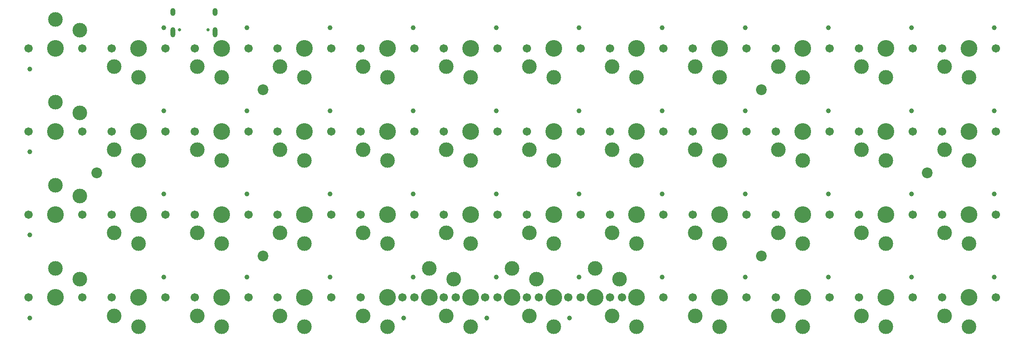
<source format=gts>
G04 #@! TF.GenerationSoftware,KiCad,Pcbnew,(6.0.4-0)*
G04 #@! TF.CreationDate,2023-09-21T22:36:30-05:00*
G04 #@! TF.ProjectId,dogema48_cfx,646f6765-6d61-4343-985f-6366782e6b69,rev?*
G04 #@! TF.SameCoordinates,Original*
G04 #@! TF.FileFunction,Soldermask,Top*
G04 #@! TF.FilePolarity,Negative*
%FSLAX45Y45*%
G04 Gerber Fmt 4.5, Leading zero omitted, Abs format (unit mm)*
G04 Created by KiCad (PCBNEW (6.0.4-0)) date 2023-09-21 22:36:30*
%MOMM*%
%LPD*%
G01*
G04 APERTURE LIST*
%ADD10C,3.429000*%
%ADD11C,1.701800*%
%ADD12C,3.000000*%
%ADD13C,0.990600*%
%ADD14C,2.200000*%
%ADD15C,0.650000*%
%ADD16O,1.000000X2.100000*%
%ADD17O,1.000000X1.600000*%
G04 APERTURE END LIST*
D10*
G04 #@! TO.C,SW25*
X15087493Y-5737497D03*
D11*
X15637493Y-5737497D03*
D12*
X15087493Y-6332497D03*
D11*
X14537493Y-5737497D03*
D12*
X14587493Y-6112497D03*
D13*
X15609493Y-5317497D03*
G04 #@! TD*
D11*
G04 #@! TO.C,SW17*
X19037491Y-4037498D03*
D12*
X18487491Y-4632498D03*
D11*
X17937491Y-4037498D03*
D12*
X17987491Y-4412498D03*
D10*
X18487491Y-4037498D03*
D13*
X19009491Y-3617498D03*
G04 #@! TD*
D12*
G04 #@! TO.C,SW23*
X11687494Y-6332497D03*
D10*
X11687494Y-5737497D03*
D11*
X11137495Y-5737497D03*
D12*
X11187494Y-6112497D03*
D11*
X12237494Y-5737497D03*
D13*
X12209494Y-5317497D03*
G04 #@! TD*
D11*
G04 #@! TO.C,SW26*
X17337492Y-5737497D03*
D12*
X16787492Y-6332497D03*
X16287492Y-6112497D03*
D13*
X17309492Y-5317497D03*
D10*
X16787492Y-5737497D03*
D11*
X16237492Y-5737497D03*
G04 #@! TD*
D10*
G04 #@! TO.C,SW13*
X11687494Y-4037498D03*
D11*
X11137495Y-4037498D03*
D13*
X12209494Y-3617498D03*
D12*
X11187494Y-4412498D03*
D11*
X12237494Y-4037498D03*
D12*
X11687494Y-4632498D03*
G04 #@! TD*
D14*
G04 #@! TO.C,H4*
X26137488Y-4887498D03*
G04 #@! TD*
D12*
G04 #@! TO.C,SW20*
X23087489Y-4412498D03*
D11*
X24137489Y-4037498D03*
X23037489Y-4037498D03*
D12*
X23587489Y-4632498D03*
D10*
X23587489Y-4037498D03*
D13*
X24109489Y-3617498D03*
G04 #@! TD*
D11*
G04 #@! TO.C,SW16*
X16237492Y-4037498D03*
X17337492Y-4037498D03*
D13*
X17309492Y-3617498D03*
D12*
X16287492Y-4412498D03*
X16787492Y-4632498D03*
D10*
X16787492Y-4037498D03*
G04 #@! TD*
D12*
G04 #@! TO.C,SW4*
X12887494Y-2712499D03*
X13387494Y-2932499D03*
D10*
X13387494Y-2337499D03*
D13*
X13909494Y-1917499D03*
D11*
X12837494Y-2337499D03*
X13937494Y-2337499D03*
G04 #@! TD*
D10*
G04 #@! TO.C,SW1*
X8287496Y-2337499D03*
D12*
X8287496Y-1742499D03*
X8787496Y-1962499D03*
D11*
X7737496Y-2337499D03*
X8837496Y-2337499D03*
D13*
X7765496Y-2757499D03*
G04 #@! TD*
D12*
G04 #@! TO.C,SW29*
X21887490Y-6332497D03*
D10*
X21887490Y-5737497D03*
D11*
X22437490Y-5737497D03*
D13*
X22409490Y-5317497D03*
D11*
X21337490Y-5737497D03*
D12*
X21387490Y-6112497D03*
G04 #@! TD*
G04 #@! TO.C,SW15*
X15087493Y-4632498D03*
D11*
X15637493Y-4037498D03*
D13*
X15609493Y-3617498D03*
D11*
X14537493Y-4037498D03*
D12*
X14587493Y-4412498D03*
D10*
X15087493Y-4037498D03*
G04 #@! TD*
D11*
G04 #@! TO.C,SW34*
X13937494Y-7437496D03*
D13*
X13909494Y-7017496D03*
D10*
X13387494Y-7437496D03*
D11*
X12837494Y-7437496D03*
D12*
X13387494Y-8032496D03*
X12887494Y-7812496D03*
G04 #@! TD*
D10*
G04 #@! TO.C,SW6*
X16787492Y-2337499D03*
D12*
X16787492Y-2932499D03*
D11*
X17337492Y-2337499D03*
D12*
X16287492Y-2712499D03*
D13*
X17309492Y-1917499D03*
D11*
X16237492Y-2337499D03*
G04 #@! TD*
D13*
G04 #@! TO.C,SW10*
X24109489Y-1917499D03*
D12*
X23087489Y-2712499D03*
D10*
X23587489Y-2337499D03*
D12*
X23587489Y-2932499D03*
D11*
X23037489Y-2337499D03*
X24137489Y-2337499D03*
G04 #@! TD*
G04 #@! TO.C,SW46*
X27537487Y-5737497D03*
D13*
X27509487Y-5317497D03*
D10*
X26987487Y-5737497D03*
D12*
X26987487Y-6332497D03*
X26487487Y-6112497D03*
D11*
X26437487Y-5737497D03*
G04 #@! TD*
D13*
G04 #@! TO.C,SW47*
X17115492Y-7857496D03*
D12*
X18137492Y-7062496D03*
D11*
X17087492Y-7437496D03*
D10*
X17637492Y-7437496D03*
D12*
X17637492Y-6842496D03*
D11*
X18187492Y-7437496D03*
G04 #@! TD*
D13*
G04 #@! TO.C,SW33*
X12209494Y-7017496D03*
D12*
X11187494Y-7812496D03*
D11*
X12237494Y-7437496D03*
D10*
X11687494Y-7437496D03*
D12*
X11687494Y-8032496D03*
D11*
X11137495Y-7437496D03*
G04 #@! TD*
D13*
G04 #@! TO.C,SW27*
X19009491Y-5317497D03*
D11*
X19037491Y-5737497D03*
D12*
X18487491Y-6332497D03*
D11*
X17937491Y-5737497D03*
D10*
X18487491Y-5737497D03*
D12*
X17987491Y-6112497D03*
G04 #@! TD*
G04 #@! TO.C,SW51*
X19337491Y-6842496D03*
D13*
X18815491Y-7857496D03*
D10*
X19337491Y-7437496D03*
D11*
X18787491Y-7437496D03*
X19887491Y-7437496D03*
D12*
X19837491Y-7062496D03*
G04 #@! TD*
D11*
G04 #@! TO.C,SW30*
X23037489Y-5737497D03*
X24137489Y-5737497D03*
D13*
X24109489Y-5317497D03*
D12*
X23087489Y-6112497D03*
X23587489Y-6332497D03*
D10*
X23587489Y-5737497D03*
G04 #@! TD*
G04 #@! TO.C,SW44*
X26987487Y-4037498D03*
D12*
X26487487Y-4412498D03*
D13*
X27509487Y-3617498D03*
D11*
X27537487Y-4037498D03*
X26437487Y-4037498D03*
D12*
X26987487Y-4632498D03*
G04 #@! TD*
D14*
G04 #@! TO.C,H5*
X12537494Y-6587497D03*
G04 #@! TD*
G04 #@! TO.C,H2*
X22737489Y-3187498D03*
G04 #@! TD*
D11*
G04 #@! TO.C,SW7*
X19037491Y-2337499D03*
D12*
X18487491Y-2932499D03*
X17987491Y-2712499D03*
D11*
X17937491Y-2337499D03*
D10*
X18487491Y-2337499D03*
D13*
X19009491Y-1917499D03*
G04 #@! TD*
D12*
G04 #@! TO.C,SW19*
X21387490Y-4412498D03*
X21887490Y-4632498D03*
D10*
X21887490Y-4037498D03*
D11*
X21337490Y-4037498D03*
X22437490Y-4037498D03*
D13*
X22409490Y-3617498D03*
G04 #@! TD*
D11*
G04 #@! TO.C,SW50*
X16487492Y-7437496D03*
D10*
X15937492Y-7437496D03*
D13*
X15415492Y-7857496D03*
D12*
X15937492Y-6842496D03*
D11*
X15387492Y-7437496D03*
D12*
X16437492Y-7062496D03*
G04 #@! TD*
G04 #@! TO.C,SW40*
X23587489Y-8032496D03*
D10*
X23587489Y-7437496D03*
D13*
X24109489Y-7017496D03*
D11*
X23037489Y-7437496D03*
X24137489Y-7437496D03*
D12*
X23087489Y-7812496D03*
G04 #@! TD*
D14*
G04 #@! TO.C,H6*
X22737489Y-6587497D03*
G04 #@! TD*
D11*
G04 #@! TO.C,SW24*
X13937494Y-5737497D03*
D13*
X13909494Y-5317497D03*
D12*
X12887494Y-6112497D03*
D10*
X13387494Y-5737497D03*
D12*
X13387494Y-6332497D03*
D11*
X12837494Y-5737497D03*
G04 #@! TD*
G04 #@! TO.C,SW49*
X26437487Y-7437496D03*
D10*
X26987487Y-7437496D03*
D11*
X27537487Y-7437496D03*
D12*
X26487487Y-7812496D03*
X26987487Y-8032496D03*
D13*
X27509487Y-7017496D03*
G04 #@! TD*
D12*
G04 #@! TO.C,SW32*
X9987495Y-8032496D03*
X9487495Y-7812496D03*
D11*
X10537495Y-7437496D03*
D10*
X9987495Y-7437496D03*
D13*
X10509495Y-7017496D03*
D11*
X9437495Y-7437496D03*
G04 #@! TD*
D12*
G04 #@! TO.C,SW5*
X15087493Y-2932499D03*
D10*
X15087493Y-2337499D03*
D13*
X15609493Y-1917499D03*
D11*
X15637493Y-2337499D03*
X14537493Y-2337499D03*
D12*
X14587493Y-2712499D03*
G04 #@! TD*
D11*
G04 #@! TO.C,SW48*
X24737488Y-7437496D03*
D10*
X25287488Y-7437496D03*
D12*
X25287488Y-8032496D03*
X24787488Y-7812496D03*
D13*
X25809488Y-7017496D03*
D11*
X25837488Y-7437496D03*
G04 #@! TD*
G04 #@! TO.C,SW31*
X8837496Y-7437496D03*
D12*
X8787496Y-7062496D03*
D10*
X8287496Y-7437496D03*
D11*
X7737496Y-7437496D03*
D13*
X7765496Y-7857496D03*
D12*
X8287496Y-6842496D03*
G04 #@! TD*
G04 #@! TO.C,SW38*
X20187491Y-8032496D03*
D13*
X20709491Y-7017496D03*
D10*
X20187491Y-7437496D03*
D11*
X19637491Y-7437496D03*
D12*
X19687491Y-7812496D03*
D11*
X20737491Y-7437496D03*
G04 #@! TD*
G04 #@! TO.C,SW35*
X14537493Y-7437496D03*
D10*
X15087493Y-7437496D03*
D11*
X15637493Y-7437496D03*
D12*
X14587493Y-7812496D03*
X15087493Y-8032496D03*
D13*
X15609493Y-7017496D03*
G04 #@! TD*
D12*
G04 #@! TO.C,SW45*
X24787488Y-6112497D03*
D13*
X25809488Y-5317497D03*
D12*
X25287488Y-6332497D03*
D10*
X25287488Y-5737497D03*
D11*
X25837488Y-5737497D03*
X24737488Y-5737497D03*
G04 #@! TD*
D13*
G04 #@! TO.C,SW18*
X20709491Y-3617498D03*
D11*
X19637491Y-4037498D03*
X20737491Y-4037498D03*
D12*
X20187491Y-4632498D03*
D10*
X20187491Y-4037498D03*
D12*
X19687491Y-4412498D03*
G04 #@! TD*
D11*
G04 #@! TO.C,SW41*
X25837488Y-2337499D03*
D12*
X24787488Y-2712499D03*
D10*
X25287488Y-2337499D03*
D12*
X25287488Y-2932499D03*
D13*
X25809488Y-1917499D03*
D11*
X24737488Y-2337499D03*
G04 #@! TD*
D12*
G04 #@! TO.C,SW3*
X11687494Y-2932499D03*
D11*
X11137495Y-2337499D03*
D12*
X11187494Y-2712499D03*
D11*
X12237494Y-2337499D03*
D13*
X12209494Y-1917499D03*
D10*
X11687494Y-2337499D03*
G04 #@! TD*
G04 #@! TO.C,SW9*
X21887490Y-2337499D03*
D11*
X22437490Y-2337499D03*
X21337490Y-2337499D03*
D12*
X21887490Y-2932499D03*
X21387490Y-2712499D03*
D13*
X22409490Y-1917499D03*
G04 #@! TD*
G04 #@! TO.C,SW14*
X13909494Y-3617498D03*
D11*
X12837494Y-4037498D03*
X13937494Y-4037498D03*
D12*
X12887494Y-4412498D03*
D10*
X13387494Y-4037498D03*
D12*
X13387494Y-4632498D03*
G04 #@! TD*
G04 #@! TO.C,SW21*
X8787496Y-5362497D03*
X8287496Y-5142497D03*
D11*
X7737496Y-5737497D03*
X8837496Y-5737497D03*
D10*
X8287496Y-5737497D03*
D13*
X7765496Y-6157497D03*
G04 #@! TD*
D12*
G04 #@! TO.C,SW2*
X9487495Y-2712499D03*
D10*
X9987495Y-2337499D03*
D13*
X10509495Y-1917499D03*
D12*
X9987495Y-2932499D03*
D11*
X9437495Y-2337499D03*
X10537495Y-2337499D03*
G04 #@! TD*
D12*
G04 #@! TO.C,SW12*
X9487495Y-4412498D03*
D13*
X10509495Y-3617498D03*
D12*
X9987495Y-4632498D03*
D10*
X9987495Y-4037498D03*
D11*
X10537495Y-4037498D03*
X9437495Y-4037498D03*
G04 #@! TD*
D12*
G04 #@! TO.C,SW36*
X16287492Y-7812496D03*
D11*
X17337492Y-7437496D03*
D12*
X16787492Y-8032496D03*
D10*
X16787492Y-7437496D03*
D13*
X17309492Y-7017496D03*
D11*
X16237492Y-7437496D03*
G04 #@! TD*
G04 #@! TO.C,SW22*
X9437495Y-5737497D03*
D12*
X9987495Y-6332497D03*
D13*
X10509495Y-5317497D03*
D11*
X10537495Y-5737497D03*
D10*
X9987495Y-5737497D03*
D12*
X9487495Y-6112497D03*
G04 #@! TD*
D11*
G04 #@! TO.C,SW43*
X24737488Y-4037498D03*
X25837488Y-4037498D03*
D12*
X24787488Y-4412498D03*
D10*
X25287488Y-4037498D03*
D13*
X25809488Y-3617498D03*
D12*
X25287488Y-4632498D03*
G04 #@! TD*
D11*
G04 #@! TO.C,SW28*
X19637491Y-5737497D03*
X20737491Y-5737497D03*
D12*
X20187491Y-6332497D03*
D13*
X20709491Y-5317497D03*
D12*
X19687491Y-6112497D03*
D10*
X20187491Y-5737497D03*
G04 #@! TD*
D14*
G04 #@! TO.C,H3*
X9137496Y-4887498D03*
G04 #@! TD*
D11*
G04 #@! TO.C,SW37*
X17937491Y-7437496D03*
D10*
X18487491Y-7437496D03*
D12*
X17987491Y-7812496D03*
X18487491Y-8032496D03*
D11*
X19037491Y-7437496D03*
D13*
X19009491Y-7017496D03*
G04 #@! TD*
D11*
G04 #@! TO.C,SW11*
X8837496Y-4037498D03*
X7737496Y-4037498D03*
D12*
X8787496Y-3662498D03*
D13*
X7765496Y-4457498D03*
D12*
X8287496Y-3442498D03*
D10*
X8287496Y-4037498D03*
G04 #@! TD*
D13*
G04 #@! TO.C,SW39*
X22409490Y-7017496D03*
D12*
X21387490Y-7812496D03*
X21887490Y-8032496D03*
D11*
X21337490Y-7437496D03*
D10*
X21887490Y-7437496D03*
D11*
X22437490Y-7437496D03*
G04 #@! TD*
D14*
G04 #@! TO.C,H1*
X12537494Y-3187498D03*
G04 #@! TD*
D10*
G04 #@! TO.C,SW42*
X26987487Y-2337499D03*
D11*
X26437487Y-2337499D03*
D13*
X27509487Y-1917499D03*
D12*
X26487487Y-2712499D03*
X26987487Y-2932499D03*
D11*
X27537487Y-2337499D03*
G04 #@! TD*
D10*
G04 #@! TO.C,SW8*
X20187491Y-2337499D03*
D12*
X20187491Y-2932499D03*
D13*
X20709491Y-1917499D03*
D12*
X19687491Y-2712499D03*
D11*
X19637491Y-2337499D03*
X20737491Y-2337499D03*
G04 #@! TD*
D15*
G04 #@! TO.C,J1*
X10831828Y-1960499D03*
X11409828Y-1960499D03*
D16*
X10688828Y-2010499D03*
D17*
X10688828Y-1592499D03*
X11552828Y-1592499D03*
D16*
X11552828Y-2010499D03*
G04 #@! TD*
M02*

</source>
